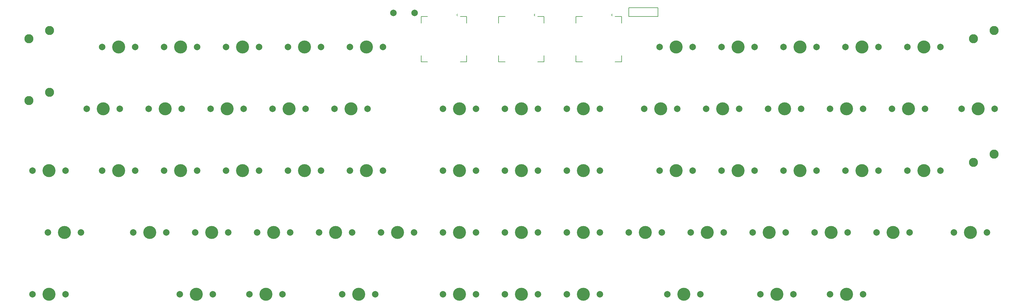
<source format=gbr>
G04 #@! TF.GenerationSoftware,KiCad,Pcbnew,(6.0.11-0)*
G04 #@! TF.CreationDate,2023-10-02T19:13:40+09:00*
G04 #@! TF.ProjectId,clavis,636c6176-6973-42e6-9b69-6361645f7063,rev?*
G04 #@! TF.SameCoordinates,Original*
G04 #@! TF.FileFunction,Legend,Top*
G04 #@! TF.FilePolarity,Positive*
%FSLAX46Y46*%
G04 Gerber Fmt 4.6, Leading zero omitted, Abs format (unit mm)*
G04 Created by KiCad (PCBNEW (6.0.11-0)) date 2023-10-02 19:13:40*
%MOMM*%
%LPD*%
G01*
G04 APERTURE LIST*
%ADD10C,0.150000*%
%ADD11C,0.120000*%
%ADD12C,2.000000*%
%ADD13C,4.000000*%
%ADD14C,2.800000*%
G04 APERTURE END LIST*
D10*
X206864000Y-21590200D02*
X206864000Y-18840200D01*
X215864000Y-18840200D02*
X215864000Y-21590200D01*
X215864000Y-21590200D02*
X206864000Y-21590200D01*
X206864000Y-18840200D02*
X215864000Y-18840200D01*
X204643800Y-23575000D02*
X204643800Y-21575000D01*
X190643800Y-21575000D02*
X190643800Y-23575000D01*
X202643800Y-35575000D02*
X204643800Y-35575000D01*
D11*
X201443800Y-21075000D02*
X201743800Y-20775000D01*
D10*
X204643800Y-21575000D02*
X202643800Y-21575000D01*
D11*
X201743800Y-21375000D02*
X201443800Y-21075000D01*
D10*
X204643800Y-35575000D02*
X204643800Y-33575000D01*
X192643800Y-21575000D02*
X190643800Y-21575000D01*
D11*
X201743800Y-20775000D02*
X201743800Y-21375000D01*
D10*
X190643800Y-35575000D02*
X192643800Y-35575000D01*
X190643800Y-33575000D02*
X190643800Y-35575000D01*
X157018800Y-23575000D02*
X157018800Y-21575000D01*
D11*
X153818800Y-21075000D02*
X154118800Y-20775000D01*
X154118800Y-21375000D02*
X153818800Y-21075000D01*
D10*
X143018800Y-33575000D02*
X143018800Y-35575000D01*
X157018800Y-21575000D02*
X155018800Y-21575000D01*
X143018800Y-21575000D02*
X143018800Y-23575000D01*
X145018800Y-21575000D02*
X143018800Y-21575000D01*
X157018800Y-35575000D02*
X157018800Y-33575000D01*
X143018800Y-35575000D02*
X145018800Y-35575000D01*
X155018800Y-35575000D02*
X157018800Y-35575000D01*
D11*
X154118800Y-20775000D02*
X154118800Y-21375000D01*
X177931300Y-20775000D02*
X177931300Y-21375000D01*
D10*
X166831300Y-35575000D02*
X168831300Y-35575000D01*
D11*
X177631300Y-21075000D02*
X177931300Y-20775000D01*
D10*
X166831300Y-33575000D02*
X166831300Y-35575000D01*
D11*
X177931300Y-21375000D02*
X177631300Y-21075000D01*
D10*
X166831300Y-21575000D02*
X166831300Y-23575000D01*
X178831300Y-35575000D02*
X180831300Y-35575000D01*
X168831300Y-21575000D02*
X166831300Y-21575000D01*
X180831300Y-23575000D02*
X180831300Y-21575000D01*
X180831300Y-35575000D02*
X180831300Y-33575000D01*
X180831300Y-21575000D02*
X178831300Y-21575000D01*
D12*
X44926300Y-69056200D03*
X55086300Y-69056200D03*
D13*
X50006300Y-69056200D03*
D12*
X74136300Y-30956200D03*
X63976300Y-30956200D03*
D13*
X69056300Y-30956200D03*
D12*
X33655000Y-69056200D03*
D13*
X28575000Y-69056200D03*
D12*
X23495000Y-69056200D03*
D14*
X22383800Y-47466200D03*
X28733800Y-44926200D03*
D12*
X38417500Y-88106200D03*
D13*
X33337500Y-88106200D03*
D12*
X28257500Y-88106200D03*
X78898800Y-107156200D03*
D13*
X73818800Y-107156200D03*
D12*
X68738800Y-107156200D03*
X54451300Y-88106200D03*
D13*
X59531300Y-88106200D03*
D12*
X64611300Y-88106200D03*
X69373800Y-50006200D03*
D13*
X64293800Y-50006200D03*
D12*
X59213800Y-50006200D03*
X83026300Y-30956200D03*
D13*
X88106300Y-30956200D03*
D12*
X93186300Y-30956200D03*
X63976300Y-69056200D03*
X74136300Y-69056200D03*
D13*
X69056300Y-69056200D03*
D12*
X83661300Y-88106200D03*
X73501300Y-88106200D03*
D13*
X78581300Y-88106200D03*
D12*
X88423800Y-50006200D03*
X78263800Y-50006200D03*
D13*
X83343800Y-50006200D03*
D12*
X92551300Y-88106200D03*
X102711300Y-88106200D03*
D13*
X97631300Y-88106200D03*
D12*
X112236300Y-30956200D03*
X102076300Y-30956200D03*
D13*
X107156300Y-30956200D03*
X88106300Y-69056200D03*
D12*
X93186300Y-69056200D03*
X83026300Y-69056200D03*
X97313800Y-50006200D03*
D13*
X102393800Y-50006200D03*
D12*
X107473800Y-50006200D03*
D13*
X126206300Y-30956200D03*
D12*
X121126300Y-30956200D03*
X131286300Y-30956200D03*
X149701300Y-88106200D03*
X159861300Y-88106200D03*
D13*
X154781300Y-88106200D03*
D12*
X112236300Y-69056200D03*
D13*
X107156300Y-69056200D03*
D12*
X102076300Y-69056200D03*
X126523800Y-50006200D03*
X116363800Y-50006200D03*
D13*
X121443800Y-50006200D03*
D12*
X130651300Y-88106200D03*
X140811300Y-88106200D03*
D13*
X135731300Y-88106200D03*
D12*
X159861300Y-50006200D03*
X149701300Y-50006200D03*
D13*
X154781300Y-50006200D03*
D12*
X159861300Y-69056200D03*
D13*
X154781300Y-69056200D03*
D12*
X149701300Y-69056200D03*
D13*
X116681300Y-88106200D03*
D12*
X111601300Y-88106200D03*
X121761300Y-88106200D03*
D13*
X126206300Y-69056200D03*
D12*
X131286300Y-69056200D03*
X121126300Y-69056200D03*
X197961300Y-69056200D03*
D13*
X192881300Y-69056200D03*
D12*
X187801300Y-69056200D03*
D13*
X173831300Y-88106200D03*
D12*
X168751300Y-88106200D03*
X178911300Y-88106200D03*
D13*
X240506300Y-30956200D03*
D12*
X235426300Y-30956200D03*
X245586300Y-30956200D03*
X264636300Y-69056200D03*
X254476300Y-69056200D03*
D13*
X259556300Y-69056200D03*
X173831300Y-69056200D03*
D12*
X178911300Y-69056200D03*
X168751300Y-69056200D03*
X273526300Y-30956200D03*
D13*
X278606300Y-30956200D03*
D12*
X283686300Y-30956200D03*
D13*
X192881300Y-88106200D03*
D12*
X187801300Y-88106200D03*
X197961300Y-88106200D03*
D13*
X173831300Y-50006200D03*
D12*
X178911300Y-50006200D03*
X168751300Y-50006200D03*
D13*
X269081300Y-88106200D03*
D12*
X274161300Y-88106200D03*
X264001300Y-88106200D03*
X197961300Y-50006200D03*
D13*
X192881300Y-50006200D03*
D12*
X187801300Y-50006200D03*
D13*
X311943800Y-88106200D03*
D12*
X306863800Y-88106200D03*
X317023800Y-88106200D03*
X268763800Y-50006200D03*
D13*
X273843800Y-50006200D03*
D12*
X278923800Y-50006200D03*
X292576300Y-30956200D03*
X302736300Y-30956200D03*
D13*
X297656300Y-30956200D03*
D12*
X283686300Y-69056200D03*
X273526300Y-69056200D03*
D13*
X278606300Y-69056200D03*
D12*
X283051300Y-88106200D03*
D13*
X288131300Y-88106200D03*
D12*
X293211300Y-88106200D03*
D14*
X312896300Y-66516200D03*
X319246300Y-63976200D03*
D12*
X302736300Y-69056200D03*
D13*
X297656300Y-69056200D03*
D12*
X292576300Y-69056200D03*
X297973800Y-50006200D03*
D13*
X292893800Y-50006200D03*
D12*
X287813800Y-50006200D03*
X259873800Y-50006200D03*
X249713800Y-50006200D03*
D13*
X254793800Y-50006200D03*
X211931300Y-88106200D03*
D12*
X217011300Y-88106200D03*
X206851300Y-88106200D03*
X319405000Y-50006250D03*
X309245000Y-50006250D03*
D13*
X314325000Y-50006250D03*
X154781300Y-107156200D03*
D12*
X149701300Y-107156200D03*
X159861300Y-107156200D03*
X168751300Y-107156200D03*
D13*
X173831300Y-107156200D03*
D12*
X178911300Y-107156200D03*
X197961300Y-107156200D03*
D13*
X192881300Y-107156200D03*
D12*
X187801300Y-107156200D03*
D14*
X22383800Y-28416200D03*
X28733800Y-25876200D03*
D12*
X264636300Y-30956200D03*
D13*
X259556300Y-30956200D03*
D12*
X254476300Y-30956200D03*
D13*
X250031300Y-88106200D03*
D12*
X244951300Y-88106200D03*
X255111300Y-88106200D03*
X225901300Y-88106200D03*
D13*
X230981300Y-88106200D03*
D12*
X236061300Y-88106200D03*
D13*
X50006300Y-30956200D03*
D12*
X44926300Y-30956200D03*
X55086300Y-30956200D03*
X268763800Y-107156200D03*
X278923800Y-107156200D03*
D13*
X273843800Y-107156200D03*
X221456300Y-30956200D03*
D12*
X226536300Y-30956200D03*
X216376300Y-30956200D03*
D14*
X312896300Y-28416200D03*
X319246300Y-25876200D03*
D12*
X218757500Y-107156200D03*
X228917500Y-107156200D03*
D13*
X223837500Y-107156200D03*
D12*
X235426300Y-69056200D03*
D13*
X240506300Y-69056200D03*
D12*
X245586300Y-69056200D03*
X140958100Y-20488700D03*
X134458100Y-20488700D03*
X221773800Y-50006200D03*
D13*
X216693800Y-50006200D03*
D12*
X211613800Y-50006200D03*
D13*
X252412500Y-107156200D03*
D12*
X257492500Y-107156200D03*
X247332500Y-107156200D03*
D13*
X45243800Y-50006200D03*
D12*
X40163800Y-50006200D03*
X50323800Y-50006200D03*
X226536300Y-69056200D03*
D13*
X221456300Y-69056200D03*
D12*
X216376300Y-69056200D03*
D13*
X235743800Y-50006200D03*
D12*
X240823800Y-50006200D03*
X230663800Y-50006200D03*
X128905000Y-107156200D03*
X118745000Y-107156200D03*
D13*
X123825000Y-107156200D03*
D12*
X90170000Y-107156200D03*
D13*
X95250000Y-107156200D03*
D12*
X100330000Y-107156200D03*
X23495000Y-107156200D03*
X33655000Y-107156200D03*
D13*
X28575000Y-107156200D03*
M02*

</source>
